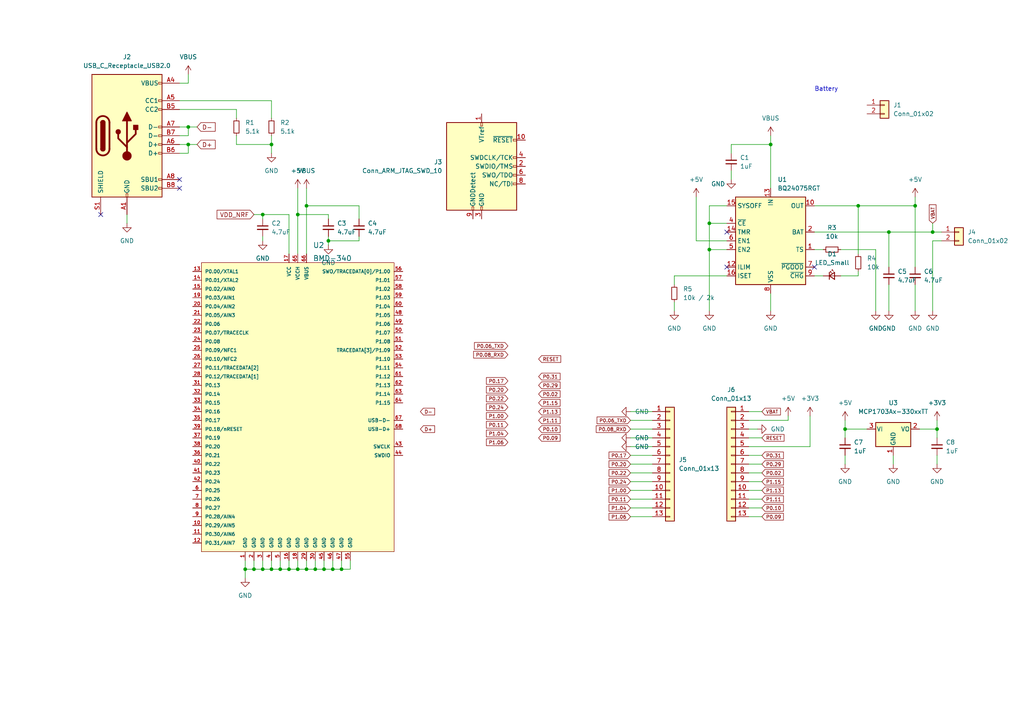
<source format=kicad_sch>
(kicad_sch (version 20211123) (generator eeschema)
  (paper "A4")
  (lib_symbols
    (symbol "Battery_Management:BQ24075RGT"
      (property "Reference" "U" (at -8.89 13.97 0))
      (property "Value" "BQ24075RGT" (at 16.51 13.97 0))
      (symbol "BQ24075RGT_0_1"
        (rectangle (start -10.16 12.7) (end 10.16 -12.7) (stroke (width 0.254)) (fill (type background)))
      )
      (symbol "BQ24075RGT_1_1"
        (pin passive line (at 12.7 -2.54 180) (length 2.54) (name "TS") (number "1"))
        (pin power_out line (at 12.7 10.16 180) (length 2.54) (name "OUT") (number "10"))
        (pin passive line (at 12.7 10.16 180) (length 2.54) hide (name "OUT") (number "11"))
        (pin passive line (at -12.7 -7.62 0) (length 2.54) (name "ILIM") (number "12"))
        (pin power_in line (at 0 15.24 270) (length 2.54) (name "IN") (number "13"))
        (pin input line (at -12.7 2.54 0) (length 2.54) (name "TMR") (number "14"))
        (pin input line (at -12.7 10.16 0) (length 2.54) (name "SYSOFF") (number "15"))
        (pin passive line (at -12.7 -10.16 0) (length 2.54) (name "ISET") (number "16"))
        (pin passive line (at 0 -15.24 90) (length 2.54) hide (name "VSS") (number "17"))
        (pin power_out line (at 12.7 2.54 180) (length 2.54) (name "BAT") (number "2"))
        (pin passive line (at 12.7 2.54 180) (length 2.54) hide (name "BAT") (number "3"))
        (pin input line (at -12.7 5.08 0) (length 2.54) (name "~{CE}") (number "4"))
        (pin input line (at -12.7 -2.54 0) (length 2.54) (name "EN2") (number "5"))
        (pin input line (at -12.7 0 0) (length 2.54) (name "EN1") (number "6"))
        (pin open_collector line (at 12.7 -7.62 180) (length 2.54) (name "~{PGOOD}") (number "7"))
        (pin power_in line (at 0 -15.24 90) (length 2.54) (name "VSS") (number "8"))
        (pin open_collector line (at 12.7 -10.16 180) (length 2.54) (name "~{CHG}") (number "9"))
      )
    )
    (symbol "Connector:Conn_ARM_JTAG_SWD_10" (pin_names (offset 1.016))
      (property "Reference" "J" (at -2.54 16.51 0))
      (property "Value" "Conn_ARM_JTAG_SWD_10" (at -2.54 13.97 0))
      (symbol "Conn_ARM_JTAG_SWD_10_0_1"
        (rectangle (start -10.16 12.7) (end 10.16 -12.7) (stroke (width 0.254)) (fill (type background)))
        (rectangle (start -2.794 -12.7) (end -2.286 -11.684))
        (rectangle (start -0.254 -12.7) (end 0.254 -11.684))
        (rectangle (start -0.254 12.7) (end 0.254 11.684))
        (rectangle (start 9.144 2.286) (end 10.16 2.794))
        (rectangle (start 10.16 -2.794) (end 9.144 -2.286))
        (rectangle (start 10.16 -0.254) (end 9.144 0.254))
        (rectangle (start 10.16 7.874) (end 9.144 7.366))
      )
      (symbol "Conn_ARM_JTAG_SWD_10_1_1"
        (rectangle (start 9.144 -5.334) (end 10.16 -4.826))
        (pin power_in line (at 0 15.24 270) (length 2.54) (name "VTref") (number "1"))
        (pin open_collector line (at 12.7 7.62 180) (length 2.54) (name "~{RESET}") (number "10"))
        (pin bidirectional line (at 12.7 0 180) (length 2.54) (name "SWDIO/TMS") (number "2"))
        (pin power_in line (at 0 -15.24 90) (length 2.54) (name "GND") (number "3"))
        (pin output line (at 12.7 2.54 180) (length 2.54) (name "SWDCLK/TCK") (number "4"))
        (pin passive line (at 0 -15.24 90) (length 2.54) hide (name "GND") (number "5"))
        (pin input line (at 12.7 -2.54 180) (length 2.54) (name "SWO/TDO") (number "6"))
        (pin no_connect line (at -10.16 0 0) (length 2.54) hide (name "KEY") (number "7"))
        (pin output line (at 12.7 -5.08 180) (length 2.54) (name "NC/TDI") (number "8"))
        (pin passive line (at -2.54 -15.24 90) (length 2.54) (name "GNDDetect") (number "9"))
      )
    )
    (symbol "Connector:USB_C_Receptacle_USB2.0" (pin_names (offset 1.016))
      (property "Reference" "J" (at -10.16 19.05 0))
      (property "Value" "USB_C_Receptacle_USB2.0" (at 19.05 19.05 0))
      (symbol "USB_C_Receptacle_USB2.0_0_0"
        (rectangle (start -0.254 -17.78) (end 0.254 -16.764))
        (rectangle (start 10.16 -14.986) (end 9.144 -15.494))
        (rectangle (start 10.16 -12.446) (end 9.144 -12.954))
        (rectangle (start 10.16 -4.826) (end 9.144 -5.334))
        (rectangle (start 10.16 -2.286) (end 9.144 -2.794))
        (rectangle (start 10.16 0.254) (end 9.144 -0.254))
        (rectangle (start 10.16 2.794) (end 9.144 2.286))
        (rectangle (start 10.16 7.874) (end 9.144 7.366))
        (rectangle (start 10.16 10.414) (end 9.144 9.906))
        (rectangle (start 10.16 15.494) (end 9.144 14.986))
      )
      (symbol "USB_C_Receptacle_USB2.0_0_1"
        (rectangle (start -10.16 17.78) (end 10.16 -17.78) (stroke (width 0.254)) (fill (type background)))
        (arc (start -8.89 -3.81) (mid -6.985 -5.715) (end -5.08 -3.81) (stroke (width 0.508)))
        (arc (start -7.62 -3.81) (mid -6.985 -4.445) (end -6.35 -3.81) (stroke (width 0.254)))
        (arc (start -7.62 -3.81) (mid -6.985 -4.445) (end -6.35 -3.81) (stroke (width 0.254)) (fill (type outline)))
        (rectangle (start -7.62 -3.81) (end -6.35 3.81) (stroke (width 0.254)) (fill (type outline)))
        (arc (start -6.35 3.81) (mid -6.985 4.445) (end -7.62 3.81) (stroke (width 0.254)))
        (arc (start -6.35 3.81) (mid -6.985 4.445) (end -7.62 3.81) (stroke (width 0.254)) (fill (type outline)))
        (arc (start -5.08 3.81) (mid -6.985 5.715) (end -8.89 3.81) (stroke (width 0.508)))
        (circle (center -2.54 1.143) (radius 0.635) (stroke (width 0.254)) (fill (type outline)))
        (circle (center 0 -5.842) (radius 1.27) (fill (type outline)))
        (polyline (pts (xy -8.89 -3.81) (xy -8.89 3.81)) (stroke (width 0.508)))
        (polyline (pts (xy -5.08 3.81) (xy -5.08 -3.81)) (stroke (width 0.508)))
        (polyline (pts (xy 0 -5.842) (xy 0 4.318)) (stroke (width 0.508)))
        (polyline (pts (xy 0 -3.302) (xy -2.54 -0.762) (xy -2.54 0.508)) (stroke (width 0.508)))
        (polyline (pts (xy 0 -2.032) (xy 2.54 0.508) (xy 2.54 1.778)) (stroke (width 0.508)))
        (polyline (pts (xy -1.27 4.318) (xy 0 6.858) (xy 1.27 4.318) (xy -1.27 4.318)) (stroke (width 0.254)) (fill (type outline)))
        (rectangle (start 1.905 1.778) (end 3.175 3.048) (stroke (width 0.254)) (fill (type outline)))
      )
      (symbol "USB_C_Receptacle_USB2.0_1_1"
        (pin passive line (at 0 -22.86 90) (length 5.08) (name "GND") (number "A1"))
        (pin passive line (at 0 -22.86 90) (length 5.08) hide (name "GND") (number "A12"))
        (pin passive line (at 15.24 15.24 180) (length 5.08) (name "VBUS") (number "A4"))
        (pin bidirectional line (at 15.24 10.16 180) (length 5.08) (name "CC1") (number "A5"))
        (pin bidirectional line (at 15.24 -2.54 180) (length 5.08) (name "D+") (number "A6"))
        (pin bidirectional line (at 15.24 2.54 180) (length 5.08) (name "D-") (number "A7"))
        (pin bidirectional line (at 15.24 -12.7 180) (length 5.08) (name "SBU1") (number "A8"))
        (pin passive line (at 15.24 15.24 180) (length 5.08) hide (name "VBUS") (number "A9"))
        (pin passive line (at 0 -22.86 90) (length 5.08) hide (name "GND") (number "B1"))
        (pin passive line (at 0 -22.86 90) (length 5.08) hide (name "GND") (number "B12"))
        (pin passive line (at 15.24 15.24 180) (length 5.08) hide (name "VBUS") (number "B4"))
        (pin bidirectional line (at 15.24 7.62 180) (length 5.08) (name "CC2") (number "B5"))
        (pin bidirectional line (at 15.24 -5.08 180) (length 5.08) (name "D+") (number "B6"))
        (pin bidirectional line (at 15.24 0 180) (length 5.08) (name "D-") (number "B7"))
        (pin bidirectional line (at 15.24 -15.24 180) (length 5.08) (name "SBU2") (number "B8"))
        (pin passive line (at 15.24 15.24 180) (length 5.08) hide (name "VBUS") (number "B9"))
        (pin passive line (at -7.62 -22.86 90) (length 5.08) (name "SHIELD") (number "S1"))
      )
    )
    (symbol "Connector_Generic:Conn_01x02" (pin_names (offset 1.016) hide)
      (property "Reference" "J" (at 0 2.54 0))
      (property "Value" "Conn_01x02" (at 0 -5.08 0))
      (symbol "Conn_01x02_1_1"
        (rectangle (start -1.27 -2.413) (end 0 -2.667) (stroke (width 0.1524)))
        (rectangle (start -1.27 0.127) (end 0 -0.127) (stroke (width 0.1524)))
        (rectangle (start -1.27 1.27) (end 1.27 -3.81) (stroke (width 0.254)) (fill (type background)))
        (pin passive line (at -5.08 0 0) (length 3.81) (name "Pin_1") (number "1"))
        (pin passive line (at -5.08 -2.54 0) (length 3.81) (name "Pin_2") (number "2"))
      )
    )
    (symbol "Connector_Generic:Conn_01x13" (pin_names (offset 1.016) hide)
      (property "Reference" "J" (at 0 17.78 0))
      (property "Value" "Conn_01x13" (at 0 -17.78 0))
      (symbol "Conn_01x13_1_1"
        (rectangle (start -1.27 -15.113) (end 0 -15.367) (stroke (width 0.1524)))
        (rectangle (start -1.27 -12.573) (end 0 -12.827) (stroke (width 0.1524)))
        (rectangle (start -1.27 -10.033) (end 0 -10.287) (stroke (width 0.1524)))
        (rectangle (start -1.27 -7.493) (end 0 -7.747) (stroke (width 0.1524)))
        (rectangle (start -1.27 -4.953) (end 0 -5.207) (stroke (width 0.1524)))
        (rectangle (start -1.27 -2.413) (end 0 -2.667) (stroke (width 0.1524)))
        (rectangle (start -1.27 0.127) (end 0 -0.127) (stroke (width 0.1524)))
        (rectangle (start -1.27 2.667) (end 0 2.413) (stroke (width 0.1524)))
        (rectangle (start -1.27 5.207) (end 0 4.953) (stroke (width 0.1524)))
        (rectangle (start -1.27 7.747) (end 0 7.493) (stroke (width 0.1524)))
        (rectangle (start -1.27 10.287) (end 0 10.033) (stroke (width 0.1524)))
        (rectangle (start -1.27 12.827) (end 0 12.573) (stroke (width 0.1524)))
        (rectangle (start -1.27 15.367) (end 0 15.113) (stroke (width 0.1524)))
        (rectangle (start -1.27 16.51) (end 1.27 -16.51) (stroke (width 0.254)) (fill (type background)))
        (pin passive line (at -5.08 15.24 0) (length 3.81) (name "Pin_1") (number "1"))
        (pin passive line (at -5.08 -7.62 0) (length 3.81) (name "Pin_10") (number "10"))
        (pin passive line (at -5.08 -10.16 0) (length 3.81) (name "Pin_11") (number "11"))
        (pin passive line (at -5.08 -12.7 0) (length 3.81) (name "Pin_12") (number "12"))
        (pin passive line (at -5.08 -15.24 0) (length 3.81) (name "Pin_13") (number "13"))
        (pin passive line (at -5.08 12.7 0) (length 3.81) (name "Pin_2") (number "2"))
        (pin passive line (at -5.08 10.16 0) (length 3.81) (name "Pin_3") (number "3"))
        (pin passive line (at -5.08 7.62 0) (length 3.81) (name "Pin_4") (number "4"))
        (pin passive line (at -5.08 5.08 0) (length 3.81) (name "Pin_5") (number "5"))
        (pin passive line (at -5.08 2.54 0) (length 3.81) (name "Pin_6") (number "6"))
        (pin passive line (at -5.08 0 0) (length 3.81) (name "Pin_7") (number "7"))
        (pin passive line (at -5.08 -2.54 0) (length 3.81) (name "Pin_8") (number "8"))
        (pin passive line (at -5.08 -5.08 0) (length 3.81) (name "Pin_9") (number "9"))
      )
    )
    (symbol "Device:C_Small" (pin_numbers hide) (pin_names (offset 0.254) hide)
      (property "Reference" "C" (at 0.254 1.778 0))
      (property "Value" "C_Small" (at 0.254 -2.032 0))
      (symbol "C_Small_0_1"
        (polyline (pts (xy -1.524 -0.508) (xy 1.524 -0.508)) (stroke (width 0.3302)))
        (polyline (pts (xy -1.524 0.508) (xy 1.524 0.508)) (stroke (width 0.3048)))
      )
      (symbol "C_Small_1_1"
        (pin passive line (at 0 2.54 270) (length 2.032) (name "~") (number "1"))
        (pin passive line (at 0 -2.54 90) (length 2.032) (name "~") (number "2"))
      )
    )
    (symbol "Device:LED_Small" (pin_numbers hide) (pin_names (offset 0.254) hide)
      (property "Reference" "D" (at -1.27 3.175 0))
      (property "Value" "LED_Small" (at -4.445 -2.54 0))
      (symbol "LED_Small_0_1"
        (polyline (pts (xy -0.762 -1.016) (xy -0.762 1.016)) (stroke (width 0.254)))
        (polyline (pts (xy 1.016 0) (xy -0.762 0)))
        (polyline (pts (xy 0.762 -1.016) (xy -0.762 0) (xy 0.762 1.016) (xy 0.762 -1.016)) (stroke (width 0.254)))
        (polyline (pts (xy 0 0.762) (xy -0.508 1.27) (xy -0.254 1.27) (xy -0.508 1.27) (xy -0.508 1.016)))
        (polyline (pts (xy 0.508 1.27) (xy 0 1.778) (xy 0.254 1.778) (xy 0 1.778) (xy 0 1.524)))
      )
      (symbol "LED_Small_1_1"
        (pin passive line (at -2.54 0 0) (length 1.778) (name "K") (number "1"))
        (pin passive line (at 2.54 0 180) (length 1.778) (name "A") (number "2"))
      )
    )
    (symbol "Device:R_Small" (pin_numbers hide) (pin_names (offset 0.254) hide)
      (property "Reference" "R" (at 0.762 0.508 0))
      (property "Value" "R_Small" (at 0.762 -1.016 0))
      (symbol "R_Small_0_1"
        (rectangle (start -0.762 1.778) (end 0.762 -1.778) (stroke (width 0.2032)))
      )
      (symbol "R_Small_1_1"
        (pin passive line (at 0 2.54 270) (length 0.762) (name "~") (number "1"))
        (pin passive line (at 0 -2.54 90) (length 0.762) (name "~") (number "2"))
      )
    )
    (symbol "Regulator_Linear:MCP1703Ax-330xxTT" (pin_names (offset 0.254))
      (property "Reference" "U" (at -3.81 3.175 0))
      (property "Value" "MCP1703Ax-330xxTT" (at 0 3.175 0))
      (symbol "MCP1703Ax-330xxTT_0_1"
        (rectangle (start -5.08 -5.08) (end 5.08 1.905) (stroke (width 0.254)) (fill (type background)))
      )
      (symbol "MCP1703Ax-330xxTT_1_1"
        (pin power_in line (at 0 -7.62 90) (length 2.54) (name "GND") (number "1"))
        (pin power_out line (at 7.62 0 180) (length 2.54) (name "VO") (number "2"))
        (pin power_in line (at -7.62 0 0) (length 2.54) (name "VI") (number "3"))
      )
    )
    (symbol "power:+3V3" (power) (pin_names (offset 0))
      (property "Value" "+3V3" (at 0 3.556 0))
      (symbol "+3V3_0_1"
        (polyline (pts (xy -0.762 1.27) (xy 0 2.54)))
        (polyline (pts (xy 0 0) (xy 0 2.54)))
        (polyline (pts (xy 0 2.54) (xy 0.762 1.27)))
      )
      (symbol "+3V3_1_1"
        (pin power_in line (at 0 0 90) (length 0) hide (name "+3V3") (number "1"))
      )
    )
    (symbol "power:+5V" (power) (pin_names (offset 0))
      (property "Value" "+5V" (at 0 3.556 0))
      (symbol "+5V_0_1"
        (polyline (pts (xy -0.762 1.27) (xy 0 2.54)))
        (polyline (pts (xy 0 0) (xy 0 2.54)))
        (polyline (pts (xy 0 2.54) (xy 0.762 1.27)))
      )
      (symbol "+5V_1_1"
        (pin power_in line (at 0 0 90) (length 0) hide (name "+5V") (number "1"))
      )
    )
    (symbol "power:GND" (power) (pin_names (offset 0))
      (property "Value" "GND" (at 0 -3.81 0))
      (symbol "GND_0_1"
        (polyline (pts (xy 0 0) (xy 0 -1.27) (xy 1.27 -1.27) (xy 0 -2.54) (xy -1.27 -1.27) (xy 0 -1.27)))
      )
      (symbol "GND_1_1"
        (pin power_in line (at 0 0 270) (length 0) hide (name "GND") (number "1"))
      )
    )
    (symbol "power:VBUS" (power) (pin_names (offset 0))
      (property "Value" "VBUS" (at 0 3.81 0))
      (symbol "VBUS_0_1"
        (polyline (pts (xy -0.762 1.27) (xy 0 2.54)))
        (polyline (pts (xy 0 0) (xy 0 2.54)))
        (polyline (pts (xy 0 2.54) (xy 0.762 1.27)))
      )
      (symbol "VBUS_1_1"
        (pin power_in line (at 0 0 90) (length 0) hide (name "VBUS") (number "1"))
      )
    )
    (symbol "ublox:BMD-340" (pin_names (offset 1.016))
      (property "Reference" "U" (at -22.86 46.99 0))
      (property "Value" "BMD-340" (at -20.32 44.45 0))
      (symbol "BMD-340_0_1"
        (rectangle (start -27.94 43.18) (end 27.94 -40.64) (fill (type background)))
      )
      (symbol "BMD-340_1_1"
        (pin power_in line (at -15.24 -43.18 90) (length 2.54) (name "GND") (number "1"))
        (pin bidirectional line (at -30.48 -33.02 0) (length 2.54) (name "P0.29/AIN5") (number "10"))
        (pin bidirectional line (at -30.48 -35.56 0) (length 2.54) (name "P0.30/AIN6") (number "11"))
        (pin bidirectional line (at -30.48 -38.1 0) (length 2.54) (name "P0.31/AIN7") (number "12"))
        (pin bidirectional line (at -30.48 40.64 0) (length 2.54) (name "P0.00/XTAL1") (number "13"))
        (pin bidirectional line (at -30.48 38.1 0) (length 2.54) (name "P0.01/XTAL2") (number "14"))
        (pin bidirectional line (at -30.48 35.56 0) (length 2.54) (name "P0.02/AIN0") (number "15"))
        (pin power_in line (at -2.54 -43.18 90) (length 2.54) (name "GND") (number "16"))
        (pin power_in line (at -2.54 45.72 270) (length 2.54) (name "VCC") (number "17"))
        (pin power_in line (at 0 -43.18 90) (length 2.54) (name "GND") (number "18"))
        (pin bidirectional line (at -30.48 33.02 0) (length 2.54) (name "P0.03/AIN1") (number "19"))
        (pin power_in line (at -12.7 -43.18 90) (length 2.54) (name "GND") (number "2"))
        (pin bidirectional line (at -30.48 30.48 0) (length 2.54) (name "P0.04/AIN2") (number "20"))
        (pin bidirectional line (at -30.48 27.94 0) (length 2.54) (name "P0.05/AIN3") (number "21"))
        (pin bidirectional line (at -30.48 25.4 0) (length 2.54) (name "P0.06") (number "22"))
        (pin bidirectional line (at -30.48 22.86 0) (length 2.54) (name "P0.07/TRACECLK") (number "23"))
        (pin bidirectional line (at -30.48 20.32 0) (length 2.54) (name "P0.08") (number "24"))
        (pin bidirectional line (at -30.48 17.78 0) (length 2.54) (name "P0.09/NFC1") (number "25"))
        (pin bidirectional line (at -30.48 15.24 0) (length 2.54) (name "P0.10/NFC2") (number "26"))
        (pin bidirectional line (at -30.48 12.7 0) (length 2.54) (name "P0.11/TRACEDATA[2]") (number "27"))
        (pin bidirectional line (at -30.48 10.16 0) (length 2.54) (name "P0.12/TRACEDATA[1]") (number "28"))
        (pin power_in line (at 2.54 -43.18 90) (length 2.54) (name "GND") (number "29"))
        (pin power_in line (at -10.16 -43.18 90) (length 2.54) (name "GND") (number "3"))
        (pin power_in line (at 5.08 -43.18 90) (length 2.54) (name "GND") (number "30"))
        (pin bidirectional line (at -30.48 7.62 0) (length 2.54) (name "P0.13") (number "31"))
        (pin bidirectional line (at -30.48 5.08 0) (length 2.54) (name "P0.14") (number "32"))
        (pin bidirectional line (at -30.48 2.54 0) (length 2.54) (name "P0.15") (number "33"))
        (pin bidirectional line (at -30.48 0 0) (length 2.54) (name "P0.16") (number "34"))
        (pin bidirectional line (at -30.48 -2.54 0) (length 2.54) (name "P0.17") (number "35"))
        (pin bidirectional line (at -30.48 -12.7 0) (length 2.54) (name "P0.21") (number "36"))
        (pin bidirectional line (at -30.48 -7.62 0) (length 2.54) (name "P0.19") (number "37"))
        (pin bidirectional line (at -30.48 -10.16 0) (length 2.54) (name "P0.20") (number "38"))
        (pin bidirectional line (at -30.48 -5.08 0) (length 2.54) (name "P0.18/nRESET") (number "39"))
        (pin power_in line (at -7.62 -43.18 90) (length 2.54) (name "GND") (number "4"))
        (pin bidirectional line (at -30.48 -15.24 0) (length 2.54) (name "P0.22") (number "40"))
        (pin bidirectional line (at -30.48 -17.78 0) (length 2.54) (name "P0.23") (number "41"))
        (pin bidirectional line (at -30.48 -20.32 0) (length 2.54) (name "P0.24") (number "42"))
        (pin bidirectional line (at 30.48 -10.16 180) (length 2.54) (name "SWCLK") (number "43"))
        (pin bidirectional line (at 30.48 -12.7 180) (length 2.54) (name "SWDIO") (number "44"))
        (pin power_in line (at 7.62 -43.18 90) (length 2.54) (name "GND") (number "45"))
        (pin power_in line (at 10.16 -43.18 90) (length 2.54) (name "GND") (number "46"))
        (pin power_in line (at 12.7 -43.18 90) (length 2.54) (name "GND") (number "47"))
        (pin bidirectional line (at 30.48 27.94 180) (length 2.54) (name "P1.05") (number "48"))
        (pin bidirectional line (at 30.48 25.4 180) (length 2.54) (name "P1.06") (number "49"))
        (pin power_in line (at -5.08 -43.18 90) (length 2.54) (name "GND") (number "5"))
        (pin bidirectional line (at 30.48 22.86 180) (length 2.54) (name "P1.07") (number "50"))
        (pin bidirectional line (at 30.48 20.32 180) (length 2.54) (name "P1.08") (number "51"))
        (pin bidirectional line (at 30.48 17.78 180) (length 2.54) (name "TRACEDATA[3]/P1.09") (number "52"))
        (pin bidirectional line (at 30.48 15.24 180) (length 2.54) (name "P1.10") (number "53"))
        (pin bidirectional line (at 30.48 12.7 180) (length 2.54) (name "P1.11") (number "54"))
        (pin power_in line (at 15.24 -43.18 90) (length 2.54) (name "GND") (number "55"))
        (pin input line (at 30.48 40.64 180) (length 2.54) (name "SWO/TRACEDATA[0]/P1.00") (number "56"))
        (pin input line (at 30.48 38.1 180) (length 2.54) (name "P1.01") (number "57"))
        (pin input line (at 30.48 35.56 180) (length 2.54) (name "P1.02") (number "58"))
        (pin input line (at 30.48 33.02 180) (length 2.54) (name "P1.03") (number "59"))
        (pin bidirectional line (at -30.48 -22.86 0) (length 2.54) (name "P0.25") (number "6"))
        (pin input line (at 30.48 30.48 180) (length 2.54) (name "P1.04") (number "60"))
        (pin input line (at 30.48 10.16 180) (length 2.54) (name "P1.12") (number "61"))
        (pin input line (at 30.48 7.62 180) (length 2.54) (name "P1.13") (number "62"))
        (pin input line (at 30.48 5.08 180) (length 2.54) (name "P1.14") (number "63"))
        (pin input line (at 30.48 2.54 180) (length 2.54) (name "P1.15") (number "64"))
        (pin power_in line (at 0 45.72 270) (length 2.54) (name "VCCH") (number "65"))
        (pin power_in line (at 2.54 45.72 270) (length 2.54) (name "VBUS") (number "66"))
        (pin input line (at 30.48 -2.54 180) (length 2.54) (name "USB-D-") (number "67"))
        (pin input line (at 30.48 -5.08 180) (length 2.54) (name "USB-D+") (number "68"))
        (pin bidirectional line (at -30.48 -25.4 0) (length 2.54) (name "P0.26") (number "7"))
        (pin bidirectional line (at -30.48 -27.94 0) (length 2.54) (name "P0.27") (number "8"))
        (pin bidirectional line (at -30.48 -30.48 0) (length 2.54) (name "P0.28/AIN4") (number "9"))
      )
    )
  )
  (junction (at 76.2 165.1))
  (junction (at 86.36 165.1))
  (junction (at 78.74 165.1))
  (junction (at 88.9 59.69))
  (junction (at 271.78 124.46))
  (junction (at 86.36 62.23))
  (junction (at 73.66 165.1))
  (junction (at 81.28 165.1))
  (junction (at 54.61 36.83))
  (junction (at 54.61 41.91))
  (junction (at 95.25 69.85))
  (junction (at 96.52 165.1))
  (junction (at 99.06 165.1))
  (junction (at 71.12 165.1))
  (junction (at 76.2 62.23))
  (junction (at 223.52 41.91))
  (junction (at 78.74 41.91))
  (junction (at 257.81 67.31))
  (junction (at 270.51 67.31))
  (junction (at 88.9 165.1))
  (junction (at 91.44 165.1))
  (junction (at 205.74 64.77))
  (junction (at 265.43 59.69))
  (junction (at 205.74 72.39))
  (junction (at 93.98 165.1))
  (junction (at 245.11 124.46))
  (junction (at 83.82 165.1))
  (junction (at 248.92 59.69))
  (no_connect (at 210.82 67.31))
  (no_connect (at 52.07 54.61))
  (no_connect (at 236.22 77.47))
  (no_connect (at 29.21 62.23))
  (no_connect (at 52.07 52.07))
  (no_connect (at 210.82 77.47))
  (wire (pts (xy 78.74 41.91) (xy 78.74 39.37)))
  (wire (pts (xy 76.2 162.56) (xy 76.2 165.1)))
  (wire (pts (xy 99.06 162.56) (xy 99.06 165.1)))
  (wire (pts (xy 205.74 64.77) (xy 205.74 59.69)))
  (wire (pts (xy 205.74 64.77) (xy 205.74 72.39)))
  (wire (pts (xy 270.51 69.85) (xy 270.51 90.17)))
  (wire (pts (xy 210.82 64.77) (xy 205.74 64.77)))
  (wire (pts (xy 266.7 124.46) (xy 271.78 124.46)))
  (wire (pts (xy 86.36 54.61) (xy 86.36 62.23)))
  (wire (pts (xy 220.98 127) (xy 217.17 127)))
  (wire (pts (xy 223.52 39.37) (xy 223.52 41.91)))
  (wire (pts (xy 91.44 165.1) (xy 93.98 165.1)))
  (wire (pts (xy 73.66 62.23) (xy 76.2 62.23)))
  (wire (pts (xy 52.07 36.83) (xy 54.61 36.83)))
  (wire (pts (xy 248.92 59.69) (xy 248.92 73.66)))
  (wire (pts (xy 78.74 34.29) (xy 78.74 29.21)))
  (wire (pts (xy 257.81 67.31) (xy 270.51 67.31)))
  (wire (pts (xy 96.52 162.56) (xy 96.52 165.1)))
  (wire (pts (xy 95.25 63.5) (xy 95.25 62.23)))
  (wire (pts (xy 71.12 162.56) (xy 71.12 165.1)))
  (wire (pts (xy 88.9 54.61) (xy 88.9 59.69)))
  (wire (pts (xy 257.81 67.31) (xy 257.81 77.47)))
  (wire (pts (xy 54.61 36.83) (xy 54.61 39.37)))
  (wire (pts (xy 182.88 137.16) (xy 189.23 137.16)))
  (wire (pts (xy 36.83 64.77) (xy 36.83 62.23)))
  (wire (pts (xy 238.76 80.01) (xy 236.22 80.01)))
  (wire (pts (xy 95.25 69.85) (xy 104.14 69.85)))
  (wire (pts (xy 212.09 44.45) (xy 212.09 41.91)))
  (wire (pts (xy 236.22 67.31) (xy 257.81 67.31)))
  (wire (pts (xy 265.43 59.69) (xy 265.43 77.47)))
  (wire (pts (xy 245.11 121.92) (xy 245.11 124.46)))
  (wire (pts (xy 71.12 165.1) (xy 71.12 167.64)))
  (wire (pts (xy 86.36 165.1) (xy 88.9 165.1)))
  (wire (pts (xy 195.58 80.01) (xy 195.58 82.55)))
  (wire (pts (xy 182.88 149.86) (xy 189.23 149.86)))
  (wire (pts (xy 248.92 80.01) (xy 248.92 78.74)))
  (wire (pts (xy 81.28 165.1) (xy 83.82 165.1)))
  (wire (pts (xy 78.74 162.56) (xy 78.74 165.1)))
  (wire (pts (xy 182.88 124.46) (xy 189.23 124.46)))
  (wire (pts (xy 217.17 144.78) (xy 220.98 144.78)))
  (wire (pts (xy 54.61 36.83) (xy 57.15 36.83)))
  (wire (pts (xy 270.51 67.31) (xy 273.05 67.31)))
  (wire (pts (xy 217.17 139.7) (xy 220.98 139.7)))
  (wire (pts (xy 182.88 127) (xy 189.23 127)))
  (wire (pts (xy 217.17 149.86) (xy 220.98 149.86)))
  (wire (pts (xy 195.58 87.63) (xy 195.58 90.17)))
  (wire (pts (xy 182.88 147.32) (xy 189.23 147.32)))
  (wire (pts (xy 223.52 90.17) (xy 223.52 85.09)))
  (wire (pts (xy 257.81 90.17) (xy 257.81 82.55)))
  (wire (pts (xy 238.76 72.39) (xy 236.22 72.39)))
  (wire (pts (xy 205.74 59.69) (xy 210.82 59.69)))
  (wire (pts (xy 68.58 41.91) (xy 78.74 41.91)))
  (wire (pts (xy 217.17 137.16) (xy 220.98 137.16)))
  (wire (pts (xy 271.78 134.62) (xy 271.78 132.08)))
  (wire (pts (xy 217.17 132.08) (xy 220.98 132.08)))
  (wire (pts (xy 182.88 119.38) (xy 189.23 119.38)))
  (wire (pts (xy 182.88 134.62) (xy 189.23 134.62)))
  (wire (pts (xy 52.07 24.13) (xy 54.61 24.13)))
  (wire (pts (xy 86.36 62.23) (xy 86.36 73.66)))
  (wire (pts (xy 57.15 41.91) (xy 54.61 41.91)))
  (wire (pts (xy 273.05 69.85) (xy 270.51 69.85)))
  (wire (pts (xy 76.2 165.1) (xy 78.74 165.1)))
  (wire (pts (xy 76.2 69.85) (xy 76.2 68.58)))
  (wire (pts (xy 182.88 139.7) (xy 189.23 139.7)))
  (wire (pts (xy 54.61 41.91) (xy 54.61 44.45)))
  (wire (pts (xy 205.74 72.39) (xy 210.82 72.39)))
  (wire (pts (xy 245.11 134.62) (xy 245.11 132.08)))
  (wire (pts (xy 210.82 69.85) (xy 201.93 69.85)))
  (wire (pts (xy 271.78 124.46) (xy 271.78 127)))
  (wire (pts (xy 95.25 69.85) (xy 95.25 71.12)))
  (wire (pts (xy 271.78 124.46) (xy 271.78 121.92)))
  (wire (pts (xy 217.17 147.32) (xy 220.98 147.32)))
  (wire (pts (xy 78.74 44.45) (xy 78.74 41.91)))
  (wire (pts (xy 270.51 64.77) (xy 270.51 67.31)))
  (wire (pts (xy 234.95 120.65) (xy 234.95 129.54)))
  (wire (pts (xy 88.9 165.1) (xy 91.44 165.1)))
  (wire (pts (xy 223.52 41.91) (xy 223.52 54.61)))
  (wire (pts (xy 76.2 62.23) (xy 76.2 63.5)))
  (wire (pts (xy 182.88 121.92) (xy 189.23 121.92)))
  (wire (pts (xy 68.58 34.29) (xy 68.58 31.75)))
  (wire (pts (xy 71.12 165.1) (xy 73.66 165.1)))
  (wire (pts (xy 217.17 129.54) (xy 234.95 129.54)))
  (wire (pts (xy 254 72.39) (xy 243.84 72.39)))
  (wire (pts (xy 182.88 142.24) (xy 189.23 142.24)))
  (wire (pts (xy 205.74 90.17) (xy 205.74 72.39)))
  (wire (pts (xy 101.6 165.1) (xy 101.6 162.56)))
  (wire (pts (xy 245.11 124.46) (xy 251.46 124.46)))
  (wire (pts (xy 83.82 62.23) (xy 83.82 73.66)))
  (wire (pts (xy 54.61 24.13) (xy 54.61 21.59)))
  (wire (pts (xy 54.61 41.91) (xy 52.07 41.91)))
  (wire (pts (xy 104.14 59.69) (xy 88.9 59.69)))
  (wire (pts (xy 265.43 57.15) (xy 265.43 59.69)))
  (wire (pts (xy 95.25 62.23) (xy 86.36 62.23)))
  (wire (pts (xy 219.71 124.46) (xy 217.17 124.46)))
  (wire (pts (xy 104.14 69.85) (xy 104.14 68.58)))
  (wire (pts (xy 228.6 121.92) (xy 228.6 120.65)))
  (wire (pts (xy 78.74 165.1) (xy 81.28 165.1)))
  (wire (pts (xy 83.82 165.1) (xy 86.36 165.1)))
  (wire (pts (xy 182.88 144.78) (xy 189.23 144.78)))
  (wire (pts (xy 217.17 142.24) (xy 220.98 142.24)))
  (wire (pts (xy 83.82 62.23) (xy 76.2 62.23)))
  (wire (pts (xy 217.17 121.92) (xy 228.6 121.92)))
  (wire (pts (xy 95.25 68.58) (xy 95.25 69.85)))
  (wire (pts (xy 99.06 165.1) (xy 101.6 165.1)))
  (wire (pts (xy 265.43 90.17) (xy 265.43 82.55)))
  (wire (pts (xy 73.66 162.56) (xy 73.66 165.1)))
  (wire (pts (xy 248.92 59.69) (xy 265.43 59.69)))
  (wire (pts (xy 243.84 80.01) (xy 248.92 80.01)))
  (wire (pts (xy 93.98 165.1) (xy 96.52 165.1)))
  (wire (pts (xy 210.82 80.01) (xy 195.58 80.01)))
  (wire (pts (xy 52.07 39.37) (xy 54.61 39.37)))
  (wire (pts (xy 259.08 134.62) (xy 259.08 132.08)))
  (wire (pts (xy 52.07 31.75) (xy 68.58 31.75)))
  (wire (pts (xy 236.22 59.69) (xy 248.92 59.69)))
  (wire (pts (xy 201.93 69.85) (xy 201.93 57.15)))
  (wire (pts (xy 88.9 59.69) (xy 88.9 73.66)))
  (wire (pts (xy 245.11 124.46) (xy 245.11 127)))
  (wire (pts (xy 68.58 39.37) (xy 68.58 41.91)))
  (wire (pts (xy 254 90.17) (xy 254 72.39)))
  (wire (pts (xy 182.88 132.08) (xy 189.23 132.08)))
  (wire (pts (xy 83.82 162.56) (xy 83.82 165.1)))
  (wire (pts (xy 93.98 162.56) (xy 93.98 165.1)))
  (wire (pts (xy 91.44 162.56) (xy 91.44 165.1)))
  (wire (pts (xy 104.14 63.5) (xy 104.14 59.69)))
  (wire (pts (xy 182.88 129.54) (xy 189.23 129.54)))
  (wire (pts (xy 73.66 165.1) (xy 76.2 165.1)))
  (wire (pts (xy 88.9 162.56) (xy 88.9 165.1)))
  (wire (pts (xy 81.28 162.56) (xy 81.28 165.1)))
  (wire (pts (xy 86.36 162.56) (xy 86.36 165.1)))
  (wire (pts (xy 212.09 52.07) (xy 212.09 49.53)))
  (wire (pts (xy 220.98 119.38) (xy 217.17 119.38)))
  (wire (pts (xy 212.09 41.91) (xy 223.52 41.91)))
  (wire (pts (xy 96.52 165.1) (xy 99.06 165.1)))
  (wire (pts (xy 217.17 134.62) (xy 220.98 134.62)))
  (wire (pts (xy 52.07 29.21) (xy 78.74 29.21)))
  (wire (pts (xy 52.07 44.45) (xy 54.61 44.45)))
  (text "Battery" (at 236.22 26.67 0) (effects (font (size 1.27 1.27)) (justify left bottom)))
  (global_label "P0.31" (shape input) (at 156.21 109.22 0) (effects (font (size 1 1))) (property "Intersheet References" "${INTERSHEET_REFS}" (effects hide)))
  (global_label "P1.13" (shape input) (at 220.98 142.24 0) (effects (font (size 1 1))) (property "Intersheet References" "${INTERSHEET_REFS}" (effects hide)))
  (global_label "P0.02" (shape input) (at 220.98 137.16 0) (effects (font (size 1 1))) (property "Intersheet References" "${INTERSHEET_REFS}" (effects hide)))
  (global_label "P0.29" (shape input) (at 220.98 134.62 0) (effects (font (size 1 1))) (property "Intersheet References" "${INTERSHEET_REFS}" (effects hide)))
  (global_label "P0.06_TXD" (shape input) (at 147.32 100.33 180) (effects (font (size 1 1))) (property "Intersheet References" "${INTERSHEET_REFS}" (effects hide)))
  (global_label "P0.24" (shape input) (at 182.88 139.7 180) (effects (font (size 1 1))) (property "Intersheet References" "${INTERSHEET_REFS}" (effects hide)))
  (global_label "P1.04" (shape input) (at 147.32 125.73 180) (effects (font (size 1 1))) (property "Intersheet References" "${INTERSHEET_REFS}" (effects hide)))
  (global_label "P1.15" (shape input) (at 220.98 139.7 0) (effects (font (size 1 1))) (property "Intersheet References" "${INTERSHEET_REFS}" (effects hide)))
  (global_label "P0.29" (shape input) (at 156.21 111.76 0) (effects (font (size 1 1))) (property "Intersheet References" "${INTERSHEET_REFS}" (effects hide)))
  (global_label "P1.15" (shape input) (at 156.21 116.84 0) (effects (font (size 1 1))) (property "Intersheet References" "${INTERSHEET_REFS}" (effects hide)))
  (global_label "P0.20" (shape input) (at 147.32 113.03 180) (effects (font (size 1 1))) (property "Intersheet References" "${INTERSHEET_REFS}" (effects hide)))
  (global_label "D-" (shape input) (at 57.15 36.83 0) (property "Intersheet References" "${INTERSHEET_REFS}" (effects hide)))
  (global_label "P0.08_RXD" (shape input) (at 147.32 102.87 180) (effects (font (size 1 1))) (property "Intersheet References" "${INTERSHEET_REFS}" (effects hide)))
  (global_label "P0.17" (shape input) (at 147.32 110.49 180) (effects (font (size 1 1))) (property "Intersheet References" "${INTERSHEET_REFS}" (effects hide)))
  (global_label "P1.11" (shape input) (at 220.98 144.78 0) (effects (font (size 1 1))) (property "Intersheet References" "${INTERSHEET_REFS}" (effects hide)))
  (global_label "P0.08_RXD" (shape input) (at 182.88 124.46 180) (effects (font (size 1 1))) (property "Intersheet References" "${INTERSHEET_REFS}" (effects hide)))
  (global_label "P0.20" (shape input) (at 182.88 134.62 180) (effects (font (size 1 1))) (property "Intersheet References" "${INTERSHEET_REFS}" (effects hide)))
  (global_label "P0.11" (shape input) (at 147.32 123.19 180) (effects (font (size 1 1))) (property "Intersheet References" "${INTERSHEET_REFS}" (effects hide)))
  (global_label "VBAT" (shape input) (at 220.98 119.38 0) (effects (font (size 1 1))) (property "Intersheet References" "${INTERSHEET_REFS}" (effects hide)))
  (global_label "P0.09" (shape input) (at 156.21 127 0) (effects (font (size 1 1))) (property "Intersheet References" "${INTERSHEET_REFS}" (effects hide)))
  (global_label "D-" (shape input) (at 121.92 119.38 0) (effects (font (size 1 1))) (property "Intersheet References" "${INTERSHEET_REFS}" (effects hide)))
  (global_label "P0.02" (shape input) (at 156.21 114.3 0) (effects (font (size 1 1))) (property "Intersheet References" "${INTERSHEET_REFS}" (effects hide)))
  (global_label "P0.22" (shape input) (at 182.88 137.16 180) (effects (font (size 1 1))) (property "Intersheet References" "${INTERSHEET_REFS}" (effects hide)))
  (global_label "P0.17" (shape input) (at 182.88 132.08 180) (effects (font (size 1 1))) (property "Intersheet References" "${INTERSHEET_REFS}" (effects hide)))
  (global_label "P0.10" (shape input) (at 156.21 124.46 0) (effects (font (size 1 1))) (property "Intersheet References" "${INTERSHEET_REFS}" (effects hide)))
  (global_label "P1.13" (shape input) (at 156.21 119.38 0) (effects (font (size 1 1))) (property "Intersheet References" "${INTERSHEET_REFS}" (effects hide)))
  (global_label "P1.06" (shape input) (at 182.88 149.86 180) (effects (font (size 1 1))) (property "Intersheet References" "${INTERSHEET_REFS}" (effects hide)))
  (global_label "D+" (shape input) (at 121.92 124.46 0) (effects (font (size 1 1))) (property "Intersheet References" "${INTERSHEET_REFS}" (effects hide)))
  (global_label "P1.06" (shape input) (at 147.32 128.27 180) (effects (font (size 1 1))) (property "Intersheet References" "${INTERSHEET_REFS}" (effects hide)))
  (global_label "P1.11" (shape input) (at 156.21 121.92 0) (effects (font (size 1 1))) (property "Intersheet References" "${INTERSHEET_REFS}" (effects hide)))
  (global_label "P1.04" (shape input) (at 182.88 147.32 180) (effects (font (size 1 1))) (property "Intersheet References" "${INTERSHEET_REFS}" (effects hide)))
  (global_label "P0.10" (shape input) (at 220.98 147.32 0) (effects (font (size 1 1))) (property "Intersheet References" "${INTERSHEET_REFS}" (effects hide)))
  (global_label "D+" (shape input) (at 57.15 41.91 0) (property "Intersheet References" "${INTERSHEET_REFS}" (effects hide)))
  (global_label "P0.24" (shape input) (at 147.32 118.11 180) (effects (font (size 1 1))) (property "Intersheet References" "${INTERSHEET_REFS}" (effects hide)))
  (global_label "RESET" (shape input) (at 220.98 127 0) (effects (font (size 1 1))) (property "Intersheet References" "${INTERSHEET_REFS}" (effects hide)))
  (global_label "P1.00" (shape input) (at 147.32 120.65 180) (effects (font (size 1 1))) (property "Intersheet References" "${INTERSHEET_REFS}" (effects hide)))
  (global_label "VBAT" (shape input) (at 270.51 64.77 90) (effects (font (size 1 1))) (property "Intersheet References" "${INTERSHEET_REFS}" (effects hide)))
  (global_label "VDD_NRF" (shape input) (at 73.66 62.23 180) (property "Intersheet References" "${INTERSHEET_REFS}" (effects hide)))
  (global_label "P0.11" (shape input) (at 182.88 144.78 180) (effects (font (size 1 1))) (property "Intersheet References" "${INTERSHEET_REFS}" (effects hide)))
  (global_label "P0.31" (shape input) (at 220.98 132.08 0) (effects (font (size 1 1))) (property "Intersheet References" "${INTERSHEET_REFS}" (effects hide)))
  (global_label "P0.22" (shape input) (at 147.32 115.57 180) (effects (font (size 1 1))) (property "Intersheet References" "${INTERSHEET_REFS}" (effects hide)))
  (global_label "P0.09" (shape input) (at 220.98 149.86 0) (effects (font (size 1 1))) (property "Intersheet References" "${INTERSHEET_REFS}" (effects hide)))
  (global_label "P0.06_TXD" (shape input) (at 182.88 121.92 180) (effects (font (size 1 1))) (property "Intersheet References" "${INTERSHEET_REFS}" (effects hide)))
  (global_label "RESET" (shape input) (at 156.21 104.14 0) (effects (font (size 1 1))) (property "Intersheet References" "${INTERSHEET_REFS}" (effects hide)))
  (global_label "P1.00" (shape input) (at 182.88 142.24 180) (effects (font (size 1 1))) (property "Intersheet References" "${INTERSHEET_REFS}" (effects hide)))
  (symbol (lib_id "power:+5V") (at 86.36 54.61 0) (unit 1)
    (property "Reference" "#PWR05" (effects hide))
    (property "Value" "+5V" (at 86.36 49.53 0))
  )
  (symbol (lib_id "Device:R_Small") (at 195.58 85.09 0) (unit 1)
    (property "Reference" "R5" (at 198.12 83.8199 0) (effects (justify left)))
    (property "Value" "10k / 2k" (at 198.12 86.3599 0) (effects (justify left)))
    (property "Footprint" "Resistor_SMD:R_0402_1005Metric" (effects hide))
    (property "Details" "10k for 100mA charging, 2k for 500mA" (effects hide))
  )
  (symbol (lib_id "Connector_Generic:Conn_01x13") (at 194.31 134.62 0) (unit 1)
    (property "Reference" "J5" (at 196.85 133.3499 0) (effects (justify left)))
    (property "Value" "Conn_01x13" (at 196.85 135.8899 0) (effects (justify left)))
    (property "Footprint" "Connector_PinHeader_2.54mm:PinHeader_1x13_P2.54mm_Vertical" (effects hide))
  )
  (symbol (lib_id "power:GND") (at 265.43 90.17 0) (unit 1)
    (property "Reference" "#PWR017" (effects hide))
    (property "Value" "GND" (at 265.43 95.25 0))
  )
  (symbol (lib_id "ublox:BMD-340") (at 86.36 119.38 0) (unit 1)
    (property "Reference" "U2" (at 90.7657 71.12 0) (effects (font (size 1.524 1.524)) (justify left)))
    (property "Value" "BMD-340" (at 90.7657 74.93 0) (effects (font (size 1.524 1.524)) (justify left)))
    (property "Footprint" "ublox:BMD-340" (effects hide))
  )
  (symbol (lib_id "Device:LED_Small") (at 241.3 80.01 0) (unit 1)
    (property "Reference" "D1" (at 241.3635 73.66 0))
    (property "Value" "LED_Small" (at 241.3635 76.2 0))
    (property "Footprint" "LED_SMD:LED_0402_1005Metric" (effects hide))
  )
  (symbol (lib_id "power:GND") (at 205.74 90.17 0) (unit 1)
    (property "Reference" "#PWR013" (effects hide))
    (property "Value" "GND" (at 205.74 95.25 0))
  )
  (symbol (lib_id "power:GND") (at 78.74 44.45 0) (unit 1)
    (property "Reference" "#PWR03" (effects hide))
    (property "Value" "GND" (at 78.74 49.53 0))
  )
  (symbol (lib_id "Device:C_Small") (at 95.25 66.04 0) (unit 1)
    (property "Reference" "C3" (at 97.79 64.7762 0) (effects (justify left)))
    (property "Value" "4.7uF" (at 97.79 67.3162 0) (effects (justify left)))
    (property "Footprint" "Capacitor_SMD:C_0603_1608Metric" (effects hide))
  )
  (symbol (lib_id "power:GND") (at 219.71 124.46 90) (unit 1)
    (property "Reference" "#PWR024" (effects hide))
    (property "Value" "GND" (at 223.52 124.4599 90) (effects (justify right)))
  )
  (symbol (lib_id "Device:C_Small") (at 212.09 46.99 180) (unit 1)
    (property "Reference" "C1" (at 214.63 45.7135 0) (effects (justify right)))
    (property "Value" "1uF" (at 214.63 48.2535 0) (effects (justify right)))
    (property "Footprint" "Capacitor_SMD:C_0402_1005Metric" (effects hide))
  )
  (symbol (lib_id "power:GND") (at 271.78 134.62 0) (unit 1)
    (property "Reference" "#PWR029" (effects hide))
    (property "Value" "GND" (at 271.78 139.7 0))
  )
  (symbol (lib_id "power:GND") (at 195.58 90.17 0) (unit 1)
    (property "Reference" "#PWR012" (effects hide))
    (property "Value" "GND" (at 195.58 95.25 0))
  )
  (symbol (lib_id "power:+5V") (at 228.6 120.65 0) (unit 1)
    (property "Reference" "#PWR020" (effects hide))
    (property "Value" "+5V" (at 228.6 115.57 0))
  )
  (symbol (lib_id "power:GND") (at 257.81 90.17 0) (unit 1)
    (property "Reference" "#PWR016" (effects hide))
    (property "Value" "GND" (at 257.81 95.25 0))
  )
  (symbol (lib_id "Connector_Generic:Conn_01x02") (at 278.13 67.31 0) (unit 1)
    (property "Reference" "J4" (at 280.67 67.3099 0) (effects (justify left)))
    (property "Value" "Conn_01x02" (at 280.67 69.8499 0) (effects (justify left)))
    (property "Footprint" "Connector_Molex:Molex_PicoBlade_53261-0271_1x02-1MP_P1.25mm_Horizontal" (effects hide))
  )
  (symbol (lib_id "power:GND") (at 182.88 119.38 270) (unit 1)
    (property "Reference" "#PWR019" (effects hide))
    (property "Value" "GND" (at 184.15 119.3799 90) (effects (justify left)))
  )
  (symbol (lib_id "Device:C_Small") (at 104.14 66.04 0) (unit 1)
    (property "Reference" "C4" (at 106.68 64.7762 0) (effects (justify left)))
    (property "Value" "4.7uF" (at 106.68 67.3162 0) (effects (justify left)))
    (property "Footprint" "Capacitor_SMD:C_0603_1608Metric" (effects hide))
  )
  (symbol (lib_id "power:GND") (at 182.88 129.54 270) (unit 1)
    (property "Reference" "#PWR026" (effects hide))
    (property "Value" "GND" (at 184.15 129.5399 90) (effects (justify left)))
  )
  (symbol (lib_id "power:VBUS") (at 88.9 54.61 0) (unit 1)
    (property "Reference" "#PWR06" (effects hide))
    (property "Value" "VBUS" (at 88.9 49.53 0))
  )
  (symbol (lib_id "Device:C_Small") (at 76.2 66.04 0) (unit 1)
    (property "Reference" "C2" (at 78.74 64.7762 0) (effects (justify left)))
    (property "Value" "4.7uF" (at 78.74 67.3162 0) (effects (justify left)))
    (property "Footprint" "Capacitor_SMD:C_0603_1608Metric" (effects hide))
  )
  (symbol (lib_id "Device:R_Small") (at 78.74 36.83 0) (unit 1)
    (property "Reference" "R2" (at 81.28 35.5599 0) (effects (justify left)))
    (property "Value" "5.1k" (at 81.28 38.0999 0) (effects (justify left)))
    (property "Footprint" "Resistor_SMD:R_0402_1005Metric" (effects hide))
  )
  (symbol (lib_id "power:+5V") (at 265.43 57.15 0) (unit 1)
    (property "Reference" "#PWR08" (effects hide))
    (property "Value" "+5V" (at 265.43 52.07 0))
  )
  (symbol (lib_id "power:+3V3") (at 271.78 121.92 0) (unit 1)
    (property "Reference" "#PWR023" (effects hide))
    (property "Value" "+3V3" (at 271.78 116.84 0))
  )
  (symbol (lib_id "power:GND") (at 182.88 127 270) (unit 1)
    (property "Reference" "#PWR025" (effects hide))
    (property "Value" "GND" (at 184.15 126.9999 90) (effects (justify left)))
  )
  (symbol (lib_id "Device:R_Small") (at 241.3 72.39 90) (unit 1)
    (property "Reference" "R3" (at 241.3 66.04 90))
    (property "Value" "10k" (at 241.3 68.58 90))
    (property "Footprint" "Resistor_SMD:R_0402_1005Metric" (effects hide))
  )
  (symbol (lib_id "power:GND") (at 76.2 69.85 0) (unit 1)
    (property "Reference" "#PWR010" (effects hide))
    (property "Value" "GND" (at 76.2 74.93 0))
  )
  (symbol (lib_id "power:GND") (at 254 90.17 0) (unit 1)
    (property "Reference" "#PWR015" (effects hide))
    (property "Value" "GND" (at 254 95.25 0))
  )
  (symbol (lib_id "Device:C_Small") (at 265.43 80.01 0) (unit 1)
    (property "Reference" "C6" (at 267.97 78.7462 0) (effects (justify left)))
    (property "Value" "4.7uF" (at 267.97 81.2862 0) (effects (justify left)))
    (property "Footprint" "Capacitor_SMD:C_0603_1608Metric" (effects hide))
  )
  (symbol (lib_id "power:GND") (at 212.09 52.07 0) (unit 1)
    (property "Reference" "#PWR04" (effects hide))
    (property "Value" "GND" (at 208.28 53.34 0))
  )
  (symbol (lib_id "Connector:Conn_ARM_JTAG_SWD_10") (at 139.7 48.26 0) (unit 1)
    (property "Reference" "J3" (at 128.27 46.9899 0) (effects (justify right)))
    (property "Value" "Conn_ARM_JTAG_SWD_10" (at 128.27 49.5299 0) (effects (justify right)))
    (property "Footprint" "Connector:Tag-Connect_TC2050-IDC-NL_2x05_P1.27mm_Vertical" (effects hide))
    (property "Datasheet" "http://infocenter.arm.com/help/topic/com.arm.doc.ddi0314h/DDI0314H_coresight_components_trm.pdf" (effects hide))
  )
  (symbol (lib_id "power:+5V") (at 245.11 121.92 0) (unit 1)
    (property "Reference" "#PWR022" (effects hide))
    (property "Value" "+5V" (at 245.11 116.84 0))
  )
  (symbol (lib_id "power:GND") (at 95.25 71.12 0) (unit 1)
    (property "Reference" "#PWR011" (effects hide))
    (property "Value" "GND" (at 95.25 76.2 0))
  )
  (symbol (lib_id "power:GND") (at 71.12 167.64 0) (unit 1)
    (property "Reference" "#PWR030" (effects hide))
    (property "Value" "GND" (at 71.12 172.72 0))
  )
  (symbol (lib_id "Device:C_Small") (at 271.78 129.54 0) (unit 1)
    (property "Reference" "C8" (at 274.32 128.2762 0) (effects (justify left)))
    (property "Value" "1uF" (at 274.32 130.8162 0) (effects (justify left)))
    (property "Footprint" "Capacitor_SMD:C_0402_1005Metric" (effects hide))
  )
  (symbol (lib_id "power:GND") (at 245.11 134.62 0) (unit 1)
    (property "Reference" "#PWR027" (effects hide))
    (property "Value" "GND" (at 245.11 139.7 0))
  )
  (symbol (lib_id "power:GND") (at 270.51 90.17 0) (unit 1)
    (property "Reference" "#PWR018" (effects hide))
    (property "Value" "GND" (at 270.51 95.25 0))
  )
  (symbol (lib_id "Device:C_Small") (at 257.81 80.01 0) (unit 1)
    (property "Reference" "C5" (at 260.35 78.7462 0) (effects (justify left)))
    (property "Value" "4.7uF" (at 260.35 81.2862 0) (effects (justify left)))
    (property "Footprint" "Capacitor_SMD:C_0603_1608Metric" (effects hide))
  )
  (symbol (lib_id "Regulator_Linear:MCP1703Ax-330xxTT") (at 259.08 124.46 0) (unit 1)
    (property "Reference" "U3" (at 259.08 116.84 0))
    (property "Value" "MCP1703Ax-330xxTT" (at 259.08 119.38 0))
    (property "Footprint" "Package_TO_SOT_SMD:SOT-23" (effects hide))
    (property "Datasheet" "http://ww1.microchip.com/downloads/en/DeviceDoc/20005122B.pdf" (effects hide))
  )
  (symbol (lib_id "Connector_Generic:Conn_01x02") (at 256.54 30.48 0) (unit 1)
    (property "Reference" "J1" (at 259.08 30.4799 0) (effects (justify left)))
    (property "Value" "Conn_01x02" (at 259.08 33.0199 0) (effects (justify left)))
    (property "Footprint" "Connector_JST:JST_PH_S2B-PH-SM4-TB_1x02-1MP_P2.00mm_Horizontal" (effects hide))
  )
  (symbol (lib_id "Battery_Management:BQ24075RGT") (at 223.52 69.85 0) (unit 1)
    (property "Reference" "U1" (at 225.5394 52.07 0) (effects (justify left)))
    (property "Value" "BQ24075RGT" (at 225.5394 54.61 0) (effects (justify left)))
    (property "Footprint" "Package_DFN_QFN:VQFN-16-1EP_3x3mm_P0.5mm_EP1.6x1.6mm" (effects hide))
    (property "Datasheet" "http://www.ti.com/lit/ds/symlink/bq24075.pdf" (effects hide))
  )
  (symbol (lib_id "power:GND") (at 223.52 90.17 0) (unit 1)
    (property "Reference" "#PWR014" (effects hide))
    (property "Value" "GND" (at 223.52 95.25 0))
  )
  (symbol (lib_id "power:VBUS") (at 54.61 21.59 0) (unit 1)
    (property "Reference" "#PWR01" (effects hide))
    (property "Value" "VBUS" (at 54.61 16.51 0))
  )
  (symbol (lib_id "Device:R_Small") (at 68.58 36.83 0) (unit 1)
    (property "Reference" "R1" (at 71.12 35.5599 0) (effects (justify left)))
    (property "Value" "5.1k" (at 71.12 38.0999 0) (effects (justify left)))
    (property "Footprint" "Resistor_SMD:R_0402_1005Metric" (effects hide))
  )
  (symbol (lib_id "Device:R_Small") (at 248.92 76.2 0) (unit 1)
    (property "Reference" "R4" (at 251.46 74.9299 0) (effects (justify left)))
    (property "Value" "10k" (at 251.46 77.4699 0) (effects (justify left)))
    (property "Footprint" "Resistor_SMD:R_0402_1005Metric" (effects hide))
  )
  (symbol (lib_id "power:GND") (at 259.08 134.62 0) (unit 1)
    (property "Reference" "#PWR028" (effects hide))
    (property "Value" "GND" (at 259.08 139.7 0))
  )
  (symbol (lib_id "power:+5V") (at 201.93 57.15 0) (unit 1)
    (property "Reference" "#PWR07" (effects hide))
    (property "Value" "+5V" (at 201.93 52.07 0))
  )
  (symbol (lib_id "power:GND") (at 36.83 64.77 0) (unit 1)
    (property "Reference" "#PWR09" (effects hide))
    (property "Value" "GND" (at 36.83 69.85 0))
  )
  (symbol (lib_id "Connector_Generic:Conn_01x13") (at 212.09 134.62 0) (mirror y) (unit 1)
    (property "Reference" "J6" (at 212.09 113.03 0))
    (property "Value" "Conn_01x13" (at 212.09 115.57 0))
    (property "Footprint" "Connector_PinHeader_2.54mm:PinHeader_1x13_P2.54mm_Vertical" (effects hide))
  )
  (symbol (lib_id "Device:C_Small") (at 245.11 129.54 0) (unit 1)
    (property "Reference" "C7" (at 247.65 128.2762 0) (effects (justify left)))
    (property "Value" "1uF" (at 247.65 130.8162 0) (effects (justify left)))
    (property "Footprint" "Capacitor_SMD:C_0402_1005Metric" (effects hide))
  )
  (symbol (lib_id "power:+3V3") (at 234.95 120.65 0) (unit 1)
    (property "Reference" "#PWR021" (effects hide))
    (property "Value" "+3V3" (at 234.95 115.57 0))
  )
  (symbol (lib_id "power:VBUS") (at 223.52 39.37 0) (unit 1)
    (property "Reference" "#PWR02" (effects hide))
    (property "Value" "VBUS" (at 223.52 34.29 0))
  )
  (symbol (lib_id "Connector:USB_C_Receptacle_USB2.0") (at 36.83 39.37 0) (unit 1)
    (property "Reference" "J2" (at 36.83 16.51 0))
    (property "Value" "USB_C_Receptacle_USB2.0" (at 36.83 19.05 0))
    (property "Footprint" "mask:USB_C_Receptacle_GCT_USB4520-xx-x-A_16P_Horizontal" (effects hide))
    (property "Datasheet" "https://www.usb.org/sites/default/files/documents/usb_type-c.zip" (effects hide))
  )
)
</source>
